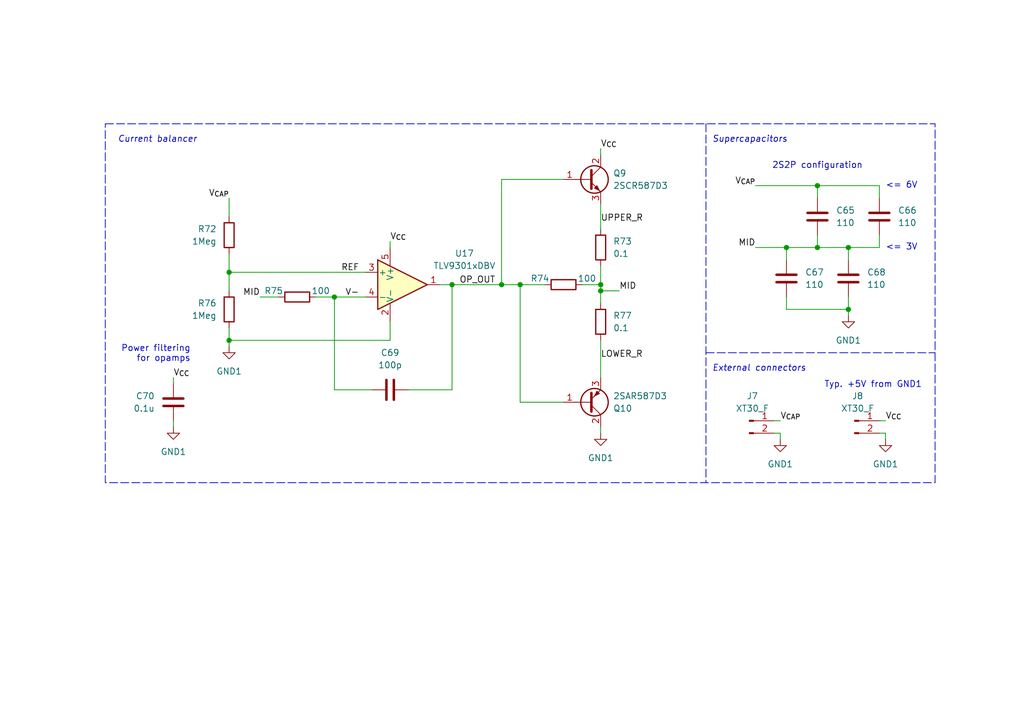
<source format=kicad_sch>
(kicad_sch (version 20250114) (generator "eeschema") (generator_version "9.0")
  (paper "A5")
  (title_block (title "Supercapacitor + Balancing") (date "2025-02-12") (rev "1") (company "UT Robomaster") (comment 1 "Robomaster"))
  (lib_symbols
    (symbol "Amplifier_Operational:TLV9301xDBV" (pin_names (offset 0.127))
      (property "Reference" "U" (at -1.27 6.35 0))
      (property "Value" "TLV9301xDBV" (at -1.27 3.81 0))
      (symbol "TLV9301xDBV_0_1"
        (polyline (pts (xy -5.08 5.08) (xy 5.08 0) (xy -5.08 -5.08) (xy -5.08 5.08)) (stroke (width 0.254)) (fill (type background)))
        (pin power_in line (at -2.54 7.62 270) (length 3.81) (name "V+") (number "5"))
        (pin power_in line (at -2.54 -7.62 90) (length 3.81) (name "V-") (number "2"))
      )
      (symbol "TLV9301xDBV_1_1"
        (pin input line (at -7.62 2.54 0) (length 2.54) (name "+") (number "3"))
        (pin input line (at -7.62 -2.54 0) (length 2.54) (name "-") (number "4"))
        (pin output line (at 7.62 0 180) (length 2.54) (name "~") (number "1"))
      )
    )
    (symbol "Connector:Conn_01x02_Pin" (pin_names (offset 1.016) (hide yes))
      (property "Reference" "J" (at 0 2.54 0))
      (property "Value" "Conn_01x02_Pin" (at 0 -5.08 0))
      (symbol "Conn_01x02_Pin_1_1"
        (rectangle (start 0.8636 0.127) (end 0 -0.127) (stroke (width 0.1524)) (fill (type outline)))
        (rectangle (start 0.8636 -2.413) (end 0 -2.667) (stroke (width 0.1524)) (fill (type outline)))
        (polyline (pts (xy 1.27 0) (xy 0.8636 0)) (stroke (width 0.1524)))
        (polyline (pts (xy 1.27 -2.54) (xy 0.8636 -2.54)) (stroke (width 0.1524)))
        (pin passive line (at 5.08 0 180) (length 3.81) (name "Pin_1") (number "1"))
        (pin passive line (at 5.08 -2.54 180) (length 3.81) (name "Pin_2") (number "2"))
      )
    )
    (symbol "Device:C" (pin_numbers (hide yes)) (pin_names (offset 0.254))
      (property "Reference" "C" (at 0.635 2.54 0))
      (property "Value" "C" (at 0.635 -2.54 0))
      (symbol "C_0_1"
        (polyline (pts (xy -2.032 0.762) (xy 2.032 0.762)) (stroke (width 0.508)))
        (polyline (pts (xy -2.032 -0.762) (xy 2.032 -0.762)) (stroke (width 0.508)))
      )
      (symbol "C_1_1"
        (pin passive line (at 0 3.81 270) (length 2.794) (name "~") (number "1"))
        (pin passive line (at 0 -3.81 90) (length 2.794) (name "~") (number "2"))
      )
    )
    (symbol "Device:R" (pin_numbers (hide yes)) (pin_names (offset 0))
      (property "Reference" "R" (at 2.032 0 90))
      (property "Value" "R" (at 0 0 90))
      (symbol "R_0_1"
        (rectangle (start -1.016 -2.54) (end 1.016 2.54) (stroke (width 0.254)))
      )
      (symbol "R_1_1"
        (pin passive line (at 0 3.81 270) (length 1.27) (name "~") (number "1"))
        (pin passive line (at 0 -3.81 90) (length 1.27) (name "~") (number "2"))
      )
    )
    (symbol "Transistor_BJT:Q_NPN_BCE" (pin_names (offset 0) (hide yes))
      (property "Reference" "Q" (at 5.08 1.27 0))
      (property "Value" "Q_NPN_BCE" (at 5.08 -1.27 0))
      (symbol "Q_NPN_BCE_0_1"
        (polyline (pts (xy -2.54 0) (xy 0.635 0)))
        (polyline (pts (xy 0.635 1.905) (xy 0.635 -1.905)) (stroke (width 0.508)))
        (circle (center 1.27 0) (radius 2.8194) (stroke (width 0.254)))
      )
      (symbol "Q_NPN_BCE_1_1"
        (polyline (pts (xy 0.635 0.635) (xy 2.54 2.54)))
        (polyline (pts (xy 0.635 -0.635) (xy 2.54 -2.54)))
        (polyline (pts (xy 1.27 -1.778) (xy 1.778 -1.27) (xy 2.286 -2.286) (xy 1.27 -1.778)) (fill (type outline)))
        (pin input line (at -5.08 0 0) (length 2.54) (name "B") (number "1"))
        (pin passive line (at 2.54 5.08 270) (length 2.54) (name "C") (number "2"))
        (pin passive line (at 2.54 -5.08 90) (length 2.54) (name "E") (number "3"))
      )
    )
    (symbol "Transistor_BJT:Q_PNP_BCE" (pin_names (offset 0) (hide yes))
      (property "Reference" "Q" (at 5.08 1.27 0))
      (property "Value" "Q_PNP_BCE" (at 5.08 -1.27 0))
      (symbol "Q_PNP_BCE_0_1"
        (polyline (pts (xy -2.54 0) (xy 0.635 0)))
        (polyline (pts (xy 0.635 1.905) (xy 0.635 -1.905)) (stroke (width 0.508)))
        (polyline (pts (xy 0.635 0.635) (xy 2.54 2.54)))
        (polyline (pts (xy 0.635 -0.635) (xy 2.54 -2.54)))
        (circle (center 1.27 0) (radius 2.8194) (stroke (width 0.254)))
        (polyline (pts (xy 2.286 -1.778) (xy 1.778 -2.286) (xy 1.27 -1.27) (xy 2.286 -1.778)) (fill (type outline)))
      )
      (symbol "Q_PNP_BCE_1_1"
        (pin input line (at -5.08 0 0) (length 2.54) (name "B") (number "1"))
        (pin passive line (at 2.54 5.08 270) (length 2.54) (name "C") (number "2"))
        (pin passive line (at 2.54 -5.08 90) (length 2.54) (name "E") (number "3"))
      )
    )
    (symbol "power:GND1" (power) (pin_numbers (hide yes)) (pin_names (offset 0) (hide yes))
      (property "Value" "GND1" (at 0 -3.81 0))
      (symbol "GND1_0_1"
        (polyline (pts (xy 0 0) (xy 0 -1.27) (xy 1.27 -1.27) (xy 0 -2.54) (xy -1.27 -1.27) (xy 0 -1.27)))
      )
      (symbol "GND1_1_1"
        (pin power_in line (at 0 0 270) (length 0) (name "~") (number "1"))
      )
    )
  )
  (rectangle (start 21.59 25.4) (end 191.77 99.06) (stroke (width 0) (type dash)))
  (text "External connectors" (at 146.05 74.93 0) (effects (font (size 1.27 1.27) (italic yes)) (justify left top)))
  (text "<= 3V" (at 181.61 50.8 0) (effects (font (size 1.27 1.27)) (justify left)))
  (text "Power filtering\nfor opamps" (at 39.116 72.644 0) (effects (font (size 1.27 1.27)) (justify right)))
  (text "2S2P configuration" (at 167.64 34.798 0) (effects (font (size 1.27 1.27)) (justify bottom)))
  (text "Current balancer" (at 24.13 27.94 0) (effects (font (size 1.27 1.27) (italic yes)) (justify left top)))
  (text "<= 6V" (at 181.61 38.1 0) (effects (font (size 1.27 1.27)) (justify left)))
  (text "Typ. +5V from GND1" (at 179.07 79.756 0) (effects (font (size 1.27 1.27)) (justify bottom)))
  (text "Supercapacitors" (at 146.05 27.94 0) (effects (font (size 1.27 1.27) (italic yes)) (justify left top)))
  (junction (at 123.19 59.69))
  (junction (at 102.87 58.42))
  (junction (at 161.29 50.8))
  (junction (at 123.19 58.42))
  (junction (at 106.68 58.42))
  (junction (at 173.99 63.5))
  (junction (at 173.99 50.8))
  (junction (at 92.71 58.42))
  (junction (at 46.99 55.88))
  (junction (at 46.99 69.85))
  (junction (at 68.58 60.96))
  (junction (at 167.64 50.8))
  (junction (at 167.64 38.1))
  (wire (pts (xy 160.02 88.9) (xy 160.02 90.17)))
  (wire (pts (xy 102.87 58.42) (xy 106.68 58.42)))
  (wire (pts (xy 181.61 88.9) (xy 181.61 90.17)))
  (wire (pts (xy 68.58 60.96) (xy 74.93 60.96)))
  (wire (pts (xy 92.71 58.42) (xy 92.71 80.01)))
  (wire (pts (xy 167.64 38.1) (xy 167.64 40.64)))
  (wire (pts (xy 180.34 88.9) (xy 181.61 88.9)))
  (wire (pts (xy 123.19 59.69) (xy 123.19 62.23)))
  (wire (pts (xy 161.29 50.8) (xy 161.29 53.34)))
  (wire (pts (xy 106.68 58.42) (xy 111.76 58.42)))
  (wire (pts (xy 115.57 82.55) (xy 106.68 82.55)))
  (wire (pts (xy 173.99 63.5) (xy 173.99 64.77)))
  (wire (pts (xy 161.29 60.96) (xy 161.29 63.5)))
  (polyline (pts (xy 144.78 25.4) (xy 144.78 99.06)) (stroke (width 0) (type dash)))
  (wire (pts (xy 123.19 54.61) (xy 123.19 58.42)))
  (wire (pts (xy 123.19 30.48) (xy 123.19 31.75)))
  (wire (pts (xy 80.01 69.85) (xy 46.99 69.85)))
  (polyline (pts (xy 144.78 72.39) (xy 191.77 72.39)) (stroke (width 0) (type dash)))
  (wire (pts (xy 173.99 50.8) (xy 180.34 50.8)))
  (wire (pts (xy 180.34 50.8) (xy 180.34 48.26)))
  (wire (pts (xy 92.71 58.42) (xy 90.17 58.42)))
  (wire (pts (xy 123.19 58.42) (xy 119.38 58.42)))
  (wire (pts (xy 123.19 69.85) (xy 123.19 77.47)))
  (wire (pts (xy 35.56 86.36) (xy 35.56 87.63)))
  (wire (pts (xy 123.19 58.42) (xy 123.19 59.69)))
  (wire (pts (xy 80.01 66.04) (xy 80.01 69.85)))
  (wire (pts (xy 46.99 67.31) (xy 46.99 69.85)))
  (wire (pts (xy 80.01 49.53) (xy 80.01 50.8)))
  (wire (pts (xy 123.19 87.63) (xy 123.19 88.9)))
  (wire (pts (xy 106.68 82.55) (xy 106.68 58.42)))
  (wire (pts (xy 46.99 69.85) (xy 46.99 71.12)))
  (wire (pts (xy 154.94 50.8) (xy 161.29 50.8)))
  (wire (pts (xy 173.99 53.34) (xy 173.99 50.8)))
  (wire (pts (xy 46.99 52.07) (xy 46.99 55.88)))
  (wire (pts (xy 180.34 86.36) (xy 181.61 86.36)))
  (wire (pts (xy 102.87 36.83) (xy 102.87 58.42)))
  (wire (pts (xy 53.34 60.96) (xy 57.15 60.96)))
  (wire (pts (xy 35.56 77.47) (xy 35.56 78.74)))
  (wire (pts (xy 173.99 63.5) (xy 173.99 60.96)))
  (wire (pts (xy 167.64 50.8) (xy 173.99 50.8)))
  (wire (pts (xy 161.29 63.5) (xy 173.99 63.5)))
  (wire (pts (xy 115.57 36.83) (xy 102.87 36.83)))
  (wire (pts (xy 46.99 55.88) (xy 74.93 55.88)))
  (wire (pts (xy 161.29 50.8) (xy 167.64 50.8)))
  (wire (pts (xy 123.19 59.69) (xy 127 59.69)))
  (wire (pts (xy 158.75 88.9) (xy 160.02 88.9)))
  (wire (pts (xy 123.19 41.91) (xy 123.19 46.99)))
  (wire (pts (xy 154.94 38.1) (xy 167.64 38.1)))
  (wire (pts (xy 180.34 40.64) (xy 180.34 38.1)))
  (wire (pts (xy 68.58 80.01) (xy 76.2 80.01)))
  (wire (pts (xy 68.58 60.96) (xy 68.58 80.01)))
  (wire (pts (xy 83.82 80.01) (xy 92.71 80.01)))
  (wire (pts (xy 46.99 40.64) (xy 46.99 44.45)))
  (wire (pts (xy 46.99 55.88) (xy 46.99 59.69)))
  (wire (pts (xy 158.75 86.36) (xy 160.02 86.36)))
  (wire (pts (xy 64.77 60.96) (xy 68.58 60.96)))
  (wire (pts (xy 92.71 58.42) (xy 102.87 58.42)))
  (wire (pts (xy 167.64 38.1) (xy 180.34 38.1)))
  (wire (pts (xy 167.64 48.26) (xy 167.64 50.8)))
  (label "V-" (at 73.66 60.96 180))
  (label "LOWER_R" (at 123.19 73.66 0))
  (label "V_{CC}" (at 181.61 86.36 0))
  (label "OP_OUT" (at 101.6 58.42 180))
  (label "UPPER_R" (at 123.19 45.72 0))
  (label "MID" (at 127 59.69 0))
  (label "V_{CAP}" (at 154.94 38.1 180))
  (label "MID" (at 154.94 50.8 180))
  (label "MID" (at 53.34 60.96 180))
  (label "V_{CAP}" (at 46.99 40.64 180))
  (label "REF" (at 73.66 55.88 180))
  (label "V_{CC}" (at 35.56 77.47 0))
  (label "V_{CAP}" (at 160.02 86.36 0))
  (label "V_{CC}" (at 123.19 30.48 0))
  (label "V_{CC}" (at 80.01 49.53 0))
  (symbol (lib_id "Device:R") (at 123.19 66.04 0) (unit 1)
    (property "Reference" "R77" (at 125.73 64.7699 0) (effects (justify left)))
    (property "Value" "0.1" (at 125.73 67.3099 0) (effects (justify left)))
    (property "Footprint" "Resistor_SMD:R_0603_1608Metric_Pad0.98x0.95mm_HandSolder" (effects (hide yes)))
    (property "Description" "Resistor" (effects (hide yes)))
  )
  (symbol (lib_id "Amplifier_Operational:TLV9301xDBV") (at 82.55 58.42 0) (unit 1)
    (property "Reference" "U17" (at 95.25 51.9998 0))
    (property "Value" "TLV9301xDBV" (at 95.25 54.5398 0))
    (property "Footprint" "Package_TO_SOT_SMD:SOT-23-5_HandSoldering" (effects (hide yes)))
    (property "Datasheet" "https://www.ti.com/lit/ds/symlink/tlv9301.pdf" (effects (hide yes)))
    (property "Description" "40-V, 1-MHz, RRO Operational Amplifiers for Cost-Sensitive Systems, SOT-23-5" (effects (hide yes)))
    (property "Mouser Part Number" "595-TLV9301IDBVR" (effects (hide yes)))
  )
  (symbol (lib_id "Device:C") (at 80.01 80.01 90) (unit 1)
    (property "Reference" "C69" (at 80.01 72.39 90))
    (property "Value" "100p" (at 80.01 74.93 90))
    (property "Footprint" "Capacitor_SMD:C_0603_1608Metric_Pad1.08x0.95mm_HandSolder" (effects (hide yes)))
    (property "Description" "Unpolarized capacitor" (effects (hide yes)))
  )
  (symbol (lib_id "Device:C") (at 161.29 57.15 0) (unit 1) (on_board no)
    (property "Reference" "C67" (at 165.1 55.8799 0) (effects (justify left)))
    (property "Value" "110" (at 165.1 58.4199 0) (effects (justify left)))
    (property "Footprint" "Capacitor_THT:C_Radial_D18.0mm_H35.5mm_P7.50mm" (effects (hide yes)))
    (property "Datasheet" "https://www.mouser.com/datasheet/2/40/AVX_SCC-3084824.pdf" (effects (hide yes)))
    (property "Description" "Supercapacitor" (effects (hide yes)))
    (property "Mouser Part Number" "598-DSF117Q3R0" (effects (hide yes)))
  )
  (symbol (lib_id "power:GND1") (at 46.99 71.12 0) (unit 1)
    (property "Reference" "#PWR099" (effects (hide yes)))
    (property "Value" "GND1" (at 46.99 76.2 0))
    (property "Description" "Power symbol creates a global label with name \"GND1\" , ground" (effects (hide yes)))
  )
  (symbol (lib_id "Device:C") (at 35.56 82.55 0) (mirror y) (unit 1)
    (property "Reference" "C70" (at 31.75 81.2799 0) (effects (justify left)))
    (property "Value" "0.1u" (at 31.75 83.8199 0) (effects (justify left)))
    (property "Footprint" "Capacitor_SMD:C_0603_1608Metric_Pad1.08x0.95mm_HandSolder" (effects (hide yes)))
    (property "Description" "Unpolarized capacitor" (effects (hide yes)))
  )
  (symbol (lib_id "power:GND1") (at 160.02 90.17 0) (unit 1)
    (property "Reference" "#PWR0102" (effects (hide yes)))
    (property "Value" "GND1" (at 160.02 95.25 0))
    (property "Description" "Power symbol creates a global label with name \"GND1\" , ground" (effects (hide yes)))
  )
  (symbol (lib_id "Connector:Conn_01x02_Pin") (at 175.26 86.36 0) (unit 1)
    (property "Reference" "J8" (at 175.895 81.28 0))
    (property "Value" "XT30_F" (at 175.895 83.82 0))
    (property "Footprint" "Connector_AMASS:AMASS_XT30U-F_1x02_P5.0mm_Vertical" (effects (hide yes)))
    (property "Description" "Generic connector, single row, 01x02, script generated" (effects (hide yes)))
  )
  (symbol (lib_id "power:GND1") (at 173.99 64.77 0) (unit 1)
    (property "Reference" "#PWR098" (effects (hide yes)))
    (property "Value" "GND1" (at 173.99 69.85 0))
    (property "Description" "Power symbol creates a global label with name \"GND1\" , ground" (effects (hide yes)))
  )
  (symbol (lib_id "Device:R") (at 46.99 48.26 0) (mirror y) (unit 1)
    (property "Reference" "R72" (at 44.45 46.9899 0) (effects (justify left)))
    (property "Value" "1Meg" (at 44.45 49.5299 0) (effects (justify left)))
    (property "Footprint" "Resistor_SMD:R_0603_1608Metric_Pad0.98x0.95mm_HandSolder" (effects (hide yes)))
    (property "Datasheet" "https://www.mouser.com/datasheet/2/447/PYu_RC_Group_51_RoHS_L_11-1984063.pdf" (effects (hide yes)))
    (property "Description" "Resistor" (effects (hide yes)))
    (property "Mouser Part Number" "603-RC0603FR-1010ML" (effects (hide yes)))
  )
  (symbol (lib_id "Device:C") (at 167.64 44.45 0) (unit 1) (on_board no)
    (property "Reference" "C65" (at 171.45 43.1799 0) (effects (justify left)))
    (property "Value" "110" (at 171.45 45.7199 0) (effects (justify left)))
    (property "Footprint" "Capacitor_THT:C_Radial_D18.0mm_H35.5mm_P7.50mm" (effects (hide yes)))
    (property "Datasheet" "https://www.mouser.com/datasheet/2/40/AVX_SCC-3084824.pdf" (effects (hide yes)))
    (property "Description" "Supercapacitor" (effects (hide yes)))
    (property "Mouser Part Number" "598-DSF117Q3R0" (effects (hide yes)))
  )
  (symbol (lib_id "power:GND1") (at 123.19 88.9 0) (unit 1)
    (property "Reference" "#PWR0101" (effects (hide yes)))
    (property "Value" "GND1" (at 123.19 93.98 0))
    (property "Description" "Power symbol creates a global label with name \"GND1\" , ground" (effects (hide yes)))
  )
  (symbol (lib_id "Connector:Conn_01x02_Pin") (at 153.67 86.36 0) (unit 1)
    (property "Reference" "J7" (at 154.305 81.28 0))
    (property "Value" "XT30_F" (at 154.305 83.82 0))
    (property "Footprint" "Connector_AMASS:AMASS_XT30U-F_1x02_P5.0mm_Vertical" (effects (hide yes)))
    (property "Description" "Generic connector, single row, 01x02, script generated" (effects (hide yes)))
  )
  (symbol (lib_id "Transistor_BJT:Q_NPN_BCE") (at 120.65 36.83 0) (unit 1)
    (property "Reference" "Q9" (at 125.73 35.5599 0) (effects (justify left)))
    (property "Value" "2SCR587D3" (at 125.73 38.0999 0) (effects (justify left)))
    (property "Footprint" "Package_TO_SOT_SMD:TO-252-2" (effects (hide yes)))
    (property "Datasheet" "https://fscdn.rohm.com/en/products/databook/datasheet/discrete/transistor/bipolar/2scr587d3fratl-e.pdf" (effects (hide yes)))
    (property "Description" "NPN transistor, base/collector/emitter" (effects (hide yes)))
    (property "Mouser Part Number" "755-2SCR587D3FRATL" (effects (hide yes)))
  )
  (symbol (lib_id "Device:C") (at 180.34 44.45 0) (unit 1) (on_board no)
    (property "Reference" "C66" (at 184.15 43.1799 0) (effects (justify left)))
    (property "Value" "110" (at 184.15 45.7199 0) (effects (justify left)))
    (property "Footprint" "Capacitor_THT:C_Radial_D18.0mm_H35.5mm_P7.50mm" (effects (hide yes)))
    (property "Datasheet" "https://www.mouser.com/datasheet/2/40/AVX_SCC-3084824.pdf" (effects (hide yes)))
    (property "Description" "Supercapacitor" (effects (hide yes)))
    (property "Mouser Part Number" "598-DSF117Q3R0" (effects (hide yes)))
  )
  (symbol (lib_id "Device:R") (at 123.19 50.8 0) (unit 1)
    (property "Reference" "R73" (at 125.73 49.5299 0) (effects (justify left)))
    (property "Value" "0.1" (at 125.73 52.0699 0) (effects (justify left)))
    (property "Footprint" "Resistor_SMD:R_0603_1608Metric_Pad0.98x0.95mm_HandSolder" (effects (hide yes)))
    (property "Description" "Resistor" (effects (hide yes)))
  )
  (symbol (lib_id "Device:R") (at 46.99 63.5 0) (mirror y) (unit 1)
    (property "Reference" "R76" (at 44.45 62.2299 0) (effects (justify left)))
    (property "Value" "1Meg" (at 44.45 64.7699 0) (effects (justify left)))
    (property "Footprint" "Resistor_SMD:R_0603_1608Metric_Pad0.98x0.95mm_HandSolder" (effects (hide yes)))
    (property "Datasheet" "https://www.mouser.com/datasheet/2/447/PYu_RC_Group_51_RoHS_L_11-1984063.pdf" (effects (hide yes)))
    (property "Description" "Resistor" (effects (hide yes)))
    (property "Mouser Part Number" "603-RC0603FR-1010ML" (effects (hide yes)))
  )
  (symbol (lib_id "Device:R") (at 60.96 60.96 90) (unit 1)
    (property "Reference" "R75" (at 56.134 59.69 90))
    (property "Value" "100" (at 65.786 59.69 90))
    (property "Footprint" "Resistor_SMD:R_0603_1608Metric_Pad0.98x0.95mm_HandSolder" (effects (hide yes)))
    (property "Description" "Resistor" (effects (hide yes)))
  )
  (symbol (lib_id "power:GND1") (at 35.56 87.63 0) (unit 1)
    (property "Reference" "#PWR0100" (effects (hide yes)))
    (property "Value" "GND1" (at 35.56 92.71 0))
    (property "Description" "Power symbol creates a global label with name \"GND1\" , ground" (effects (hide yes)))
  )
  (symbol (lib_id "power:GND1") (at 181.61 90.17 0) (unit 1)
    (property "Reference" "#PWR0103" (effects (hide yes)))
    (property "Value" "GND1" (at 181.61 95.25 0))
    (property "Description" "Power symbol creates a global label with name \"GND1\" , ground" (effects (hide yes)))
  )
  (symbol (lib_id "Device:R") (at 115.57 58.42 90) (unit 1)
    (property "Reference" "R74" (at 110.744 57.15 90))
    (property "Value" "100" (at 120.396 57.15 90))
    (property "Footprint" "Resistor_SMD:R_0603_1608Metric_Pad0.98x0.95mm_HandSolder" (effects (hide yes)))
    (property "Description" "Resistor" (effects (hide yes)))
  )
  (symbol (lib_id "Transistor_BJT:Q_PNP_BCE") (at 120.65 82.55 0) (mirror x) (unit 1)
    (property "Reference" "Q10" (at 125.73 83.8201 0) (effects (justify left)))
    (property "Value" "2SAR587D3" (at 125.73 81.2801 0) (effects (justify left)))
    (property "Footprint" "Package_TO_SOT_SMD:TO-252-2" (effects (hide yes)))
    (property "Datasheet" "https://fscdn.rohm.com/en/products/databook/datasheet/discrete/transistor/bipolar/2sar587d3fratl-e.pdf" (effects (hide yes)))
    (property "Description" "PNP transistor, base/collector/emitter" (effects (hide yes)))
    (property "Mouser Part Number" "755-2SAR587D3FRATL" (effects (hide yes)))
  )
  (symbol (lib_id "Device:C") (at 173.99 57.15 0) (unit 1) (on_board no)
    (property "Reference" "C68" (at 177.8 55.8799 0) (effects (justify left)))
    (property "Value" "110" (at 177.8 58.4199 0) (effects (justify left)))
    (property "Footprint" "Capacitor_THT:C_Radial_D18.0mm_H35.5mm_P7.50mm" (effects (hide yes)))
    (property "Datasheet" "https://www.mouser.com/datasheet/2/40/AVX_SCC-3084824.pdf" (effects (hide yes)))
    (property "Description" "Supercapacitor" (effects (hide yes)))
    (property "Mouser Part Number" "598-DSF117Q3R0" (effects (hide yes)))
  )
)
</source>
